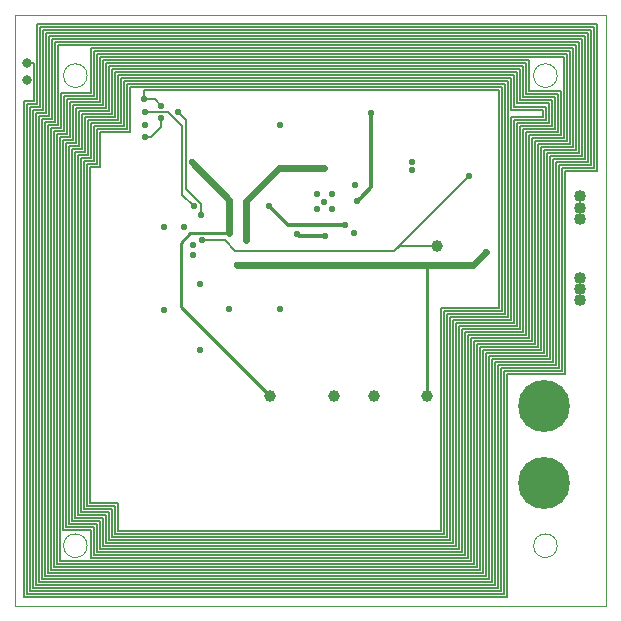
<source format=gbr>
%TF.GenerationSoftware,KiCad,Pcbnew,(5.1.4)-1*%
%TF.CreationDate,2019-12-20T15:52:10-07:00*%
%TF.ProjectId,SolarCell+Y,536f6c61-7243-4656-9c6c-2b592e6b6963,rev?*%
%TF.SameCoordinates,Original*%
%TF.FileFunction,Copper,L5,Inr*%
%TF.FilePolarity,Positive*%
%FSLAX46Y46*%
G04 Gerber Fmt 4.6, Leading zero omitted, Abs format (unit mm)*
G04 Created by KiCad (PCBNEW (5.1.4)-1) date 2019-12-20 15:52:10*
%MOMM*%
%LPD*%
G04 APERTURE LIST*
%ADD10C,0.050000*%
%ADD11C,1.000000*%
%ADD12C,1.016000*%
%ADD13C,4.400000*%
%ADD14C,0.584200*%
%ADD15C,0.800000*%
%ADD16C,0.152400*%
%ADD17C,0.609600*%
%ADD18C,0.248920*%
%ADD19C,0.127000*%
%ADD20C,0.299720*%
G04 APERTURE END LIST*
D10*
X200000000Y-40000000D02*
X150000000Y-40000000D01*
X150000000Y-90000000D02*
X200000000Y-90000000D01*
X150000000Y-40000000D02*
X150000000Y-90000000D01*
X195900000Y-45100000D02*
G75*
G03X195900000Y-45100000I-1000000J0D01*
G01*
X156100000Y-84900000D02*
G75*
G03X156100000Y-84900000I-1000000J0D01*
G01*
X156100000Y-45100000D02*
G75*
G03X156100000Y-45100000I-1000000J0D01*
G01*
X195900000Y-84900000D02*
G75*
G03X195900000Y-84900000I-1000000J0D01*
G01*
X200000000Y-90000000D02*
X200000000Y-40000000D01*
D11*
X185750200Y-59512200D03*
X184835800Y-72263000D03*
X176987200Y-72263000D03*
X171602400Y-72263000D03*
X180424666Y-72263000D03*
D12*
X197866000Y-64130000D03*
X197866000Y-55330000D03*
X197866000Y-63180000D03*
X197866000Y-62230000D03*
X197866000Y-56280000D03*
X197866000Y-57230000D03*
D13*
X194800000Y-73100000D03*
X194800000Y-79600000D03*
D14*
X183593740Y-52415440D03*
X183593740Y-53050440D03*
X160978844Y-48166883D03*
X165112690Y-56134000D03*
X178796228Y-54378747D03*
X176174400Y-55806340D03*
X175574980Y-55144184D03*
X176844980Y-55144184D03*
X175567340Y-56413400D03*
X176844980Y-56388784D03*
X164338000Y-57912000D03*
X162575240Y-57912000D03*
X172417740Y-49303940D03*
X168148000Y-64897000D03*
X172466000Y-64897000D03*
X178689000Y-58420000D03*
X162585400Y-64947800D03*
X165684200Y-62738000D03*
X165684200Y-68300600D03*
X168148000Y-58420000D03*
X164973000Y-52451000D03*
X168783000Y-61147520D03*
X189865000Y-60071000D03*
X163830000Y-48196500D03*
X165713339Y-56881065D03*
X188468000Y-53594000D03*
X165862000Y-59055000D03*
X165100000Y-59436026D03*
X165100000Y-60325000D03*
D15*
X151000000Y-45500000D03*
D14*
X161036000Y-50292000D03*
D15*
X151003000Y-44005500D03*
D14*
X162359712Y-47637690D03*
X162369500Y-48662193D03*
X161036000Y-49276000D03*
X160909000Y-47117000D03*
X169560240Y-59019440D03*
X176184580Y-52959784D03*
X177942240Y-57749440D03*
X171528750Y-56161940D03*
X176222019Y-58642013D03*
X173878240Y-58471590D03*
X180164740Y-48224440D03*
X178954084Y-55753784D03*
D16*
X164153846Y-55175156D02*
X165112690Y-56134000D01*
X164153846Y-49345846D02*
X164153846Y-55175156D01*
X160978844Y-48166883D02*
X162974883Y-48166883D01*
X162974883Y-48166883D02*
X164153846Y-49345846D01*
D17*
X164973006Y-52451006D02*
X164973000Y-52451000D01*
X168148000Y-58420000D02*
X168148000Y-55626000D01*
X168148000Y-55626000D02*
X164973006Y-52451006D01*
D18*
X164846000Y-58420000D02*
X168148000Y-58420000D01*
X164007800Y-59258200D02*
X164846000Y-58420000D01*
X171602400Y-72263000D02*
X164007800Y-64668400D01*
X164007800Y-64668400D02*
X164007800Y-59258200D01*
D17*
X188788480Y-61147520D02*
X189865000Y-60071000D01*
D18*
X184835800Y-61157240D02*
X184826080Y-61147520D01*
X184835800Y-72263000D02*
X184835800Y-61157240D01*
D17*
X168783000Y-61147520D02*
X184826080Y-61147520D01*
X184826080Y-61147520D02*
X188788480Y-61147520D01*
D16*
X164465000Y-48831500D02*
X163830000Y-48196500D01*
X164465000Y-54737000D02*
X164465000Y-48831500D01*
X165713339Y-56881065D02*
X165713339Y-55985339D01*
X165713339Y-55985339D02*
X164465000Y-54737000D01*
X183642000Y-58420000D02*
X188468000Y-53594000D01*
X182118000Y-59944000D02*
X183642000Y-58420000D01*
X168656000Y-59944000D02*
X182118000Y-59944000D01*
X165862000Y-59055000D02*
X167767000Y-59055000D01*
X167767000Y-59055000D02*
X168656000Y-59944000D01*
X182549800Y-59512200D02*
X185750200Y-59512200D01*
X182118000Y-59944000D02*
X182549800Y-59512200D01*
D19*
X162369500Y-49466500D02*
X162369500Y-48662193D01*
X161036000Y-50292000D02*
X161544000Y-50292000D01*
X161544000Y-50292000D02*
X162369500Y-49466500D01*
X151574500Y-47244000D02*
X151574500Y-44005500D01*
X151574500Y-44005500D02*
X151003000Y-44005500D01*
X162359712Y-47637690D02*
X161839022Y-47117000D01*
X161839022Y-47117000D02*
X160909000Y-47117000D01*
X150749000Y-47244000D02*
X151574500Y-47244000D01*
X191643000Y-89281000D02*
X150749000Y-89281000D01*
X191643000Y-70358000D02*
X191643000Y-89281000D01*
X196532500Y-70358000D02*
X191643000Y-70358000D01*
X196532500Y-53213000D02*
X196532500Y-70358000D01*
X199263000Y-53213000D02*
X196532500Y-53213000D01*
X199263000Y-40767000D02*
X199263000Y-53213000D01*
X151828500Y-40767000D02*
X199263000Y-40767000D01*
X151828500Y-47498000D02*
X151828500Y-40767000D01*
X151003000Y-89027000D02*
X151003000Y-47498000D01*
X191389000Y-89027000D02*
X151003000Y-89027000D01*
X191389000Y-70104000D02*
X191389000Y-89027000D01*
X196278500Y-70104000D02*
X191389000Y-70104000D01*
X196278500Y-52959000D02*
X196278500Y-70104000D01*
X199009000Y-52959000D02*
X196278500Y-52959000D01*
X199009000Y-41021000D02*
X199009000Y-52959000D01*
X152082500Y-41021000D02*
X199009000Y-41021000D01*
X152082500Y-47752000D02*
X152082500Y-41021000D01*
X151257000Y-47752000D02*
X152082500Y-47752000D01*
X151257000Y-88773000D02*
X151257000Y-47752000D01*
X191135000Y-88773000D02*
X151257000Y-88773000D01*
X191135000Y-69850000D02*
X191135000Y-88773000D01*
X196024500Y-69850000D02*
X191135000Y-69850000D01*
X196024500Y-52705000D02*
X196024500Y-69850000D01*
X198755000Y-52705000D02*
X196024500Y-52705000D01*
X198755000Y-41275000D02*
X198755000Y-52705000D01*
X152336500Y-41275000D02*
X198755000Y-41275000D01*
X152336500Y-48006000D02*
X152336500Y-41275000D01*
X151511000Y-48006000D02*
X152336500Y-48006000D01*
X151511000Y-88519000D02*
X151511000Y-48006000D01*
X190881000Y-88519000D02*
X151511000Y-88519000D01*
X190881000Y-69596000D02*
X190881000Y-88519000D01*
X195770500Y-69596000D02*
X190881000Y-69596000D01*
X195770500Y-52451000D02*
X195770500Y-69596000D01*
X198501000Y-52451000D02*
X195770500Y-52451000D01*
X198501000Y-41529000D02*
X198501000Y-52451000D01*
X152590500Y-41529000D02*
X198501000Y-41529000D01*
X152590500Y-48260000D02*
X152590500Y-41529000D01*
X151765000Y-48260000D02*
X152590500Y-48260000D01*
X151765000Y-88265000D02*
X151765000Y-48260000D01*
X190627000Y-88265000D02*
X151765000Y-88265000D01*
X190627000Y-69342000D02*
X190627000Y-88265000D01*
X195516500Y-69342000D02*
X190627000Y-69342000D01*
X195516500Y-52197000D02*
X195516500Y-69342000D01*
X198247000Y-52197000D02*
X195516500Y-52197000D01*
X198247000Y-41783000D02*
X198247000Y-52197000D01*
X152844500Y-41783000D02*
X198247000Y-41783000D01*
X152844500Y-48514000D02*
X152844500Y-41783000D01*
X152019000Y-48514000D02*
X152844500Y-48514000D01*
X152019000Y-88011000D02*
X152019000Y-48514000D01*
X190373000Y-88011000D02*
X152019000Y-88011000D01*
X190373000Y-69088000D02*
X190373000Y-88011000D01*
X195262500Y-69088000D02*
X190373000Y-69088000D01*
X195262500Y-51943000D02*
X195262500Y-69088000D01*
X197993000Y-51943000D02*
X195262500Y-51943000D01*
X197993000Y-42037000D02*
X197993000Y-51943000D01*
X153098500Y-42037000D02*
X197993000Y-42037000D01*
X153098500Y-48768000D02*
X153098500Y-42037000D01*
X152273000Y-48768000D02*
X153098500Y-48768000D01*
X152273000Y-87757000D02*
X152273000Y-48768000D01*
X190119000Y-87757000D02*
X152273000Y-87757000D01*
X190119000Y-68834000D02*
X190119000Y-87757000D01*
X195008500Y-68834000D02*
X190119000Y-68834000D01*
X195008500Y-51689000D02*
X195008500Y-68834000D01*
X197739000Y-51689000D02*
X195008500Y-51689000D01*
X197739000Y-42291000D02*
X197739000Y-51689000D01*
X153352500Y-42291000D02*
X197739000Y-42291000D01*
X153352500Y-49022000D02*
X153352500Y-42291000D01*
X152527000Y-49022000D02*
X153352500Y-49022000D01*
X152527000Y-87503000D02*
X152527000Y-49022000D01*
X189865000Y-87503000D02*
X152527000Y-87503000D01*
X189865000Y-68580000D02*
X189865000Y-87503000D01*
X194754500Y-68580000D02*
X189865000Y-68580000D01*
X194754500Y-51435000D02*
X194754500Y-68580000D01*
X197485000Y-51435000D02*
X194754500Y-51435000D01*
X197485000Y-42545000D02*
X197485000Y-51435000D01*
X153606500Y-42545000D02*
X197485000Y-42545000D01*
X153606500Y-49276000D02*
X153606500Y-42545000D01*
X152781000Y-49276000D02*
X153606500Y-49276000D01*
X152781000Y-87249000D02*
X152781000Y-49276000D01*
X189611000Y-87249000D02*
X152781000Y-87249000D01*
X189611000Y-68326000D02*
X189611000Y-87249000D01*
X194500500Y-51181000D02*
X194500500Y-68326000D01*
X197231000Y-51181000D02*
X194500500Y-51181000D01*
X197231000Y-42799000D02*
X197231000Y-51181000D01*
X156464000Y-42799000D02*
X197231000Y-42799000D01*
X156464000Y-46545500D02*
X156464000Y-42799000D01*
X153860500Y-46545500D02*
X156464000Y-46545500D01*
X153860500Y-49530000D02*
X153860500Y-46545500D01*
X153035000Y-49530000D02*
X153860500Y-49530000D01*
X153035000Y-86995000D02*
X153035000Y-49530000D01*
X189357000Y-86995000D02*
X153035000Y-86995000D01*
X189357000Y-68072000D02*
X189357000Y-86995000D01*
X194246500Y-50927000D02*
X194246500Y-68072000D01*
X196977000Y-50927000D02*
X194246500Y-50927000D01*
X196977000Y-43053000D02*
X196977000Y-50927000D01*
X156718000Y-43053000D02*
X196977000Y-43053000D01*
X156718000Y-46799500D02*
X156718000Y-43053000D01*
X153289000Y-86741000D02*
X153289000Y-49784000D01*
X189103000Y-86741000D02*
X153289000Y-86741000D01*
X189103000Y-67818000D02*
X189103000Y-86741000D01*
X193992500Y-50673000D02*
X193992500Y-67818000D01*
X196723000Y-50673000D02*
X193992500Y-50673000D01*
X196723000Y-43307000D02*
X196723000Y-50673000D01*
X156972000Y-47053500D02*
X156972000Y-43307000D01*
X154368500Y-47053500D02*
X156972000Y-47053500D01*
X154368500Y-50038000D02*
X154368500Y-47053500D01*
X188849000Y-86487000D02*
X153543000Y-86487000D01*
X188849000Y-67564000D02*
X188849000Y-86487000D01*
X194500500Y-68326000D02*
X189611000Y-68326000D01*
X157480000Y-84963000D02*
X157480000Y-82550000D01*
X156718000Y-85725000D02*
X156718000Y-83312000D01*
X158750000Y-45085000D02*
X192278000Y-45085000D01*
X155130500Y-47815500D02*
X157734000Y-47815500D01*
X192278000Y-45085000D02*
X192278000Y-47752000D01*
X186055000Y-83693000D02*
X158750000Y-83693000D01*
X156146500Y-48831500D02*
X158750000Y-48831500D01*
X188087000Y-85725000D02*
X156718000Y-85725000D01*
X194691000Y-48641000D02*
X191960500Y-48641000D01*
X192976500Y-66802000D02*
X188087000Y-66802000D01*
X191960500Y-48641000D02*
X191960500Y-65786000D01*
X195961000Y-49911000D02*
X193230500Y-49911000D01*
X157162500Y-52832000D02*
X157162500Y-49847500D01*
X192024000Y-45339000D02*
X192024000Y-48006000D01*
X191960500Y-65786000D02*
X187071000Y-65786000D01*
X155130500Y-50800000D02*
X155130500Y-47815500D01*
X154305000Y-50800000D02*
X155130500Y-50800000D01*
X159004000Y-49085500D02*
X159004000Y-45339000D01*
X188087000Y-66802000D02*
X188087000Y-85725000D01*
X156400500Y-49085500D02*
X159004000Y-49085500D01*
X156400500Y-52070000D02*
X156400500Y-49085500D01*
X156972000Y-43307000D02*
X196723000Y-43307000D01*
X194945000Y-47752000D02*
X194945000Y-48895000D01*
X155575000Y-82042000D02*
X155575000Y-52070000D01*
X158750000Y-83693000D02*
X158750000Y-81280000D01*
X186817000Y-84455000D02*
X157988000Y-84455000D01*
X186817000Y-65532000D02*
X186817000Y-84455000D01*
X191706500Y-65532000D02*
X186817000Y-65532000D01*
X191706500Y-45593000D02*
X191706500Y-65532000D01*
X159258000Y-45593000D02*
X191706500Y-45593000D01*
X151003000Y-47498000D02*
X151828500Y-47498000D01*
X186309000Y-65024000D02*
X186309000Y-83947000D01*
X191198500Y-46101000D02*
X191198500Y-65024000D01*
X191452500Y-45847000D02*
X191452500Y-65278000D01*
X192278000Y-47752000D02*
X194945000Y-47752000D01*
X193230500Y-49911000D02*
X193230500Y-67056000D01*
X159766000Y-49847500D02*
X159766000Y-46101000D01*
X193294000Y-46672500D02*
X195961000Y-46672500D01*
X155638500Y-48323500D02*
X158242000Y-48323500D01*
X155067000Y-51562000D02*
X155892500Y-51562000D01*
X192976500Y-49657000D02*
X192976500Y-66802000D01*
X155575000Y-52070000D02*
X156400500Y-52070000D01*
X157162500Y-49847500D02*
X159766000Y-49847500D01*
X186055000Y-64770000D02*
X186055000Y-83693000D01*
X191198500Y-65024000D02*
X186309000Y-65024000D01*
X156337000Y-52832000D02*
X157162500Y-52832000D01*
X186309000Y-83947000D02*
X158496000Y-83947000D01*
X157988000Y-82042000D02*
X155575000Y-82042000D01*
X156337000Y-81280000D02*
X156337000Y-52832000D01*
X190944500Y-46355000D02*
X190944500Y-64770000D01*
X157734000Y-84709000D02*
X157734000Y-82296000D01*
X160909000Y-46355000D02*
X190944500Y-46355000D01*
X186563000Y-84201000D02*
X158242000Y-84201000D01*
X190944500Y-64770000D02*
X186055000Y-64770000D01*
X158496000Y-81534000D02*
X156083000Y-81534000D01*
X158242000Y-81788000D02*
X155829000Y-81788000D01*
X155067000Y-82550000D02*
X155067000Y-51562000D01*
X154051000Y-83566000D02*
X154051000Y-50546000D01*
X158496000Y-83947000D02*
X158496000Y-81534000D01*
X193548000Y-43815000D02*
X193548000Y-46418500D01*
X157480000Y-82550000D02*
X155067000Y-82550000D01*
X187071000Y-84709000D02*
X157734000Y-84709000D01*
X193294000Y-44069000D02*
X193294000Y-46672500D01*
X186563000Y-65278000D02*
X186563000Y-84201000D01*
X156083000Y-81534000D02*
X156083000Y-52578000D01*
X156654500Y-52324000D02*
X156654500Y-49339500D01*
X187071000Y-65786000D02*
X187071000Y-84709000D01*
X157734000Y-82296000D02*
X155321000Y-82296000D01*
X154051000Y-50546000D02*
X154876500Y-50546000D01*
X156083000Y-52578000D02*
X156908500Y-52578000D01*
X156908500Y-52578000D02*
X156908500Y-49593500D01*
X193484500Y-50165000D02*
X193484500Y-67310000D01*
X156908500Y-49593500D02*
X159512000Y-49593500D01*
X159512000Y-49593500D02*
X159512000Y-45847000D01*
X157988000Y-48069500D02*
X157988000Y-44323000D01*
X159512000Y-45847000D02*
X191452500Y-45847000D01*
X191452500Y-65278000D02*
X186563000Y-65278000D01*
X158242000Y-84201000D02*
X158242000Y-81788000D01*
X155829000Y-81788000D02*
X155829000Y-52324000D01*
X154876500Y-47561500D02*
X157480000Y-47561500D01*
X155321000Y-82296000D02*
X155321000Y-51816000D01*
X158750000Y-48831500D02*
X158750000Y-45085000D01*
X154305000Y-83312000D02*
X154305000Y-50800000D01*
X156654500Y-49339500D02*
X159258000Y-49339500D01*
X150749000Y-89281000D02*
X150749000Y-47244000D01*
X159258000Y-49339500D02*
X159258000Y-45593000D01*
X153289000Y-49784000D02*
X154114500Y-49784000D01*
X155892500Y-48577500D02*
X158496000Y-48577500D01*
X159766000Y-46101000D02*
X191198500Y-46101000D01*
X192024000Y-48006000D02*
X194691000Y-48006000D01*
X193230500Y-67056000D02*
X188341000Y-67056000D01*
X154114500Y-49784000D02*
X154114500Y-46799500D01*
X158496000Y-44831000D02*
X192532000Y-44831000D01*
X159004000Y-45339000D02*
X192024000Y-45339000D01*
X196215000Y-50165000D02*
X193484500Y-50165000D01*
X192532000Y-44831000D02*
X192532000Y-47434500D01*
X154114500Y-46799500D02*
X156718000Y-46799500D01*
X192532000Y-47434500D02*
X195199000Y-47434500D01*
X192214500Y-48895000D02*
X192214500Y-66040000D01*
X153779302Y-86215302D02*
X153779302Y-84902978D01*
X156146500Y-51816000D02*
X156146500Y-48831500D01*
X193484500Y-67310000D02*
X188595000Y-67310000D01*
X155321000Y-51816000D02*
X156146500Y-51816000D01*
X157480000Y-47561500D02*
X157480000Y-43815000D01*
X192468500Y-49149000D02*
X192468500Y-66294000D01*
X187325000Y-66040000D02*
X187325000Y-84963000D01*
X157480000Y-43815000D02*
X193548000Y-43815000D01*
X187579000Y-66294000D02*
X187579000Y-85217000D01*
X192214500Y-66040000D02*
X187325000Y-66040000D01*
X158750000Y-81280000D02*
X156337000Y-81280000D01*
X157734000Y-44069000D02*
X193294000Y-44069000D01*
X187579000Y-85217000D02*
X157226000Y-85217000D01*
X194691000Y-48006000D02*
X194691000Y-48641000D01*
X154876500Y-50546000D02*
X154876500Y-47561500D01*
X157226000Y-85217000D02*
X157226000Y-82804000D01*
X155892500Y-51562000D02*
X155892500Y-48577500D01*
X188341000Y-67056000D02*
X188341000Y-85979000D01*
X194246500Y-68072000D02*
X189357000Y-68072000D01*
X157226000Y-82804000D02*
X154813000Y-82804000D01*
X153543000Y-86487000D02*
X153543000Y-50038000D01*
X154813000Y-51308000D02*
X155638500Y-51308000D01*
X155638500Y-51308000D02*
X155638500Y-48323500D01*
X195199000Y-49149000D02*
X192468500Y-49149000D01*
X188341000Y-85979000D02*
X156464000Y-85979000D01*
X156464000Y-83566000D02*
X154051000Y-83566000D01*
X158242000Y-44577000D02*
X192786000Y-44577000D01*
X187325000Y-84963000D02*
X157480000Y-84963000D01*
X156464000Y-85979000D02*
X156464000Y-83566000D01*
X192786000Y-44577000D02*
X192786000Y-47180500D01*
X192786000Y-47180500D02*
X195453000Y-47180500D01*
X195453000Y-49403000D02*
X192722500Y-49403000D01*
X158496000Y-48577500D02*
X158496000Y-44831000D01*
X195707000Y-49657000D02*
X192976500Y-49657000D01*
X192722500Y-49403000D02*
X192722500Y-66548000D01*
X154813000Y-82804000D02*
X154813000Y-51308000D01*
X157734000Y-47815500D02*
X157734000Y-44069000D01*
X192722500Y-66548000D02*
X187833000Y-66548000D01*
X192468500Y-66294000D02*
X187579000Y-66294000D01*
X195961000Y-46672500D02*
X195961000Y-49911000D01*
X187833000Y-66548000D02*
X187833000Y-85471000D01*
X193040000Y-46926500D02*
X195707000Y-46926500D01*
X187833000Y-85471000D02*
X156972000Y-85471000D01*
X156718000Y-83312000D02*
X154305000Y-83312000D01*
X156972000Y-85471000D02*
X156972000Y-83058000D01*
X156972000Y-83058000D02*
X154559000Y-83058000D01*
X158242000Y-48323500D02*
X158242000Y-44577000D01*
X157988000Y-44323000D02*
X193040000Y-44323000D01*
X193992500Y-67818000D02*
X189103000Y-67818000D01*
X154559000Y-51054000D02*
X155384500Y-51054000D01*
X153543000Y-50038000D02*
X154368500Y-50038000D01*
X155384500Y-51054000D02*
X155384500Y-48069500D01*
X154559000Y-83058000D02*
X154559000Y-51054000D01*
X193738500Y-50419000D02*
X193738500Y-67564000D01*
X196215000Y-46418500D02*
X196215000Y-50165000D01*
X155384500Y-48069500D02*
X157988000Y-48069500D01*
X155829000Y-52324000D02*
X156654500Y-52324000D01*
X193040000Y-44323000D02*
X193040000Y-46926500D01*
X157988000Y-84455000D02*
X157988000Y-82042000D01*
X195707000Y-46926500D02*
X195707000Y-49657000D01*
X193548000Y-46418500D02*
X196215000Y-46418500D01*
X188595000Y-67310000D02*
X188595000Y-86233000D01*
X188595000Y-86233000D02*
X153797000Y-86233000D01*
X195453000Y-47180500D02*
X195453000Y-49403000D01*
X153797000Y-86233000D02*
X153779302Y-86215302D01*
X153779302Y-84902978D02*
X153797000Y-84708235D01*
X194945000Y-48895000D02*
X192214500Y-48895000D01*
X153797000Y-84708235D02*
X153797000Y-50292000D01*
X153797000Y-50292000D02*
X154622500Y-50292000D01*
X154622500Y-50292000D02*
X154622500Y-47307500D01*
X195199000Y-47434500D02*
X195199000Y-49149000D01*
X154622500Y-47307500D02*
X157226000Y-47307500D01*
X157226000Y-47307500D02*
X157226000Y-43561000D01*
X157226000Y-43561000D02*
X196469000Y-43561000D01*
X196469000Y-43561000D02*
X196469000Y-50419000D01*
X196469000Y-50419000D02*
X193738500Y-50419000D01*
X193738500Y-67564000D02*
X188849000Y-67564000D01*
X160909000Y-46355000D02*
X160909000Y-47117000D01*
D17*
X172338216Y-52959784D02*
X176184580Y-52959784D01*
X169545000Y-55753000D02*
X172338216Y-52959784D01*
X169545000Y-58591109D02*
X169545000Y-55753000D01*
X169560240Y-59019440D02*
X169560240Y-58606349D01*
X169560240Y-58606349D02*
X169545000Y-58591109D01*
D20*
X173116250Y-57749440D02*
X177942240Y-57749440D01*
X171528750Y-56161940D02*
X173116250Y-57749440D01*
X174048663Y-58642013D02*
X176222019Y-58642013D01*
X173878240Y-58471590D02*
X174048663Y-58642013D01*
X179246183Y-55461685D02*
X179246183Y-55449817D01*
X178954084Y-55753784D02*
X179246183Y-55461685D01*
X180164740Y-54531260D02*
X180164740Y-48224440D01*
X179246183Y-55449817D02*
X180164740Y-54531260D01*
M02*

</source>
